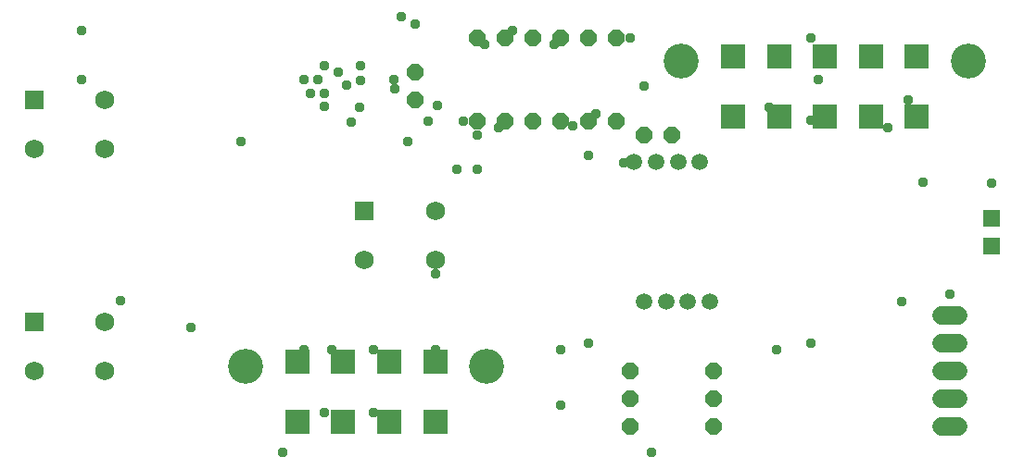
<source format=gbr>
G04 EAGLE Gerber RS-274X export*
G75*
%MOMM*%
%FSLAX34Y34*%
%LPD*%
%INSoldermask Bottom*%
%IPPOS*%
%AMOC8*
5,1,8,0,0,1.08239X$1,22.5*%
G01*
%ADD10P,1.649562X8X22.500000*%
%ADD11P,1.649562X8X292.500000*%
%ADD12C,1.727200*%
%ADD13P,1.649562X8X202.500000*%
%ADD14P,1.649562X8X112.500000*%
%ADD15C,1.517400*%
%ADD16R,1.503200X1.503200*%
%ADD17R,2.303200X2.303200*%
%ADD18C,3.203200*%
%ADD19R,1.727200X1.727200*%
%ADD20C,1.727200*%
%ADD21C,0.959600*%


D10*
X584200Y304800D03*
X609600Y304800D03*
D11*
X374650Y361950D03*
X374650Y336550D03*
D12*
X855980Y38100D02*
X871220Y38100D01*
X871220Y63500D02*
X855980Y63500D01*
X855980Y88900D02*
X871220Y88900D01*
X871220Y114300D02*
X855980Y114300D01*
X855980Y139700D02*
X871220Y139700D01*
D13*
X647700Y38100D03*
X571500Y38100D03*
D10*
X571500Y88900D03*
X647700Y88900D03*
D14*
X533400Y317500D03*
X533400Y393700D03*
X431800Y317500D03*
X431800Y393700D03*
X482600Y317500D03*
X482600Y393700D03*
D11*
X457200Y393700D03*
X457200Y317500D03*
D14*
X508000Y317500D03*
X508000Y393700D03*
X558800Y317500D03*
X558800Y393700D03*
D13*
X647700Y63500D03*
X571500Y63500D03*
D15*
X584100Y151950D03*
X604100Y151950D03*
X624100Y151950D03*
X644100Y151950D03*
X635100Y279850D03*
X615100Y279850D03*
X595100Y279850D03*
X575100Y279850D03*
D16*
X901700Y228600D03*
X901700Y203200D03*
D17*
X393200Y42350D03*
X351200Y42350D03*
X309200Y42350D03*
X267200Y42350D03*
X267200Y97350D03*
X309200Y97350D03*
X351200Y97350D03*
X393200Y97350D03*
D18*
X440200Y92750D03*
X220200Y92750D03*
D17*
X833300Y321750D03*
X791300Y321750D03*
X749300Y321750D03*
X707300Y321750D03*
X665300Y321750D03*
X707300Y376750D03*
X665300Y376750D03*
X749300Y376750D03*
X791300Y376750D03*
X833300Y376750D03*
D18*
X880300Y372150D03*
X618300Y372150D03*
D19*
X26576Y133858D03*
D20*
X26576Y88900D03*
X91600Y88900D03*
X91600Y133858D03*
D19*
X26576Y337058D03*
D20*
X26576Y292100D03*
X91600Y292100D03*
X91600Y337058D03*
D19*
X328676Y235458D03*
D20*
X328676Y190500D03*
X393700Y190500D03*
X393700Y235458D03*
D21*
X323850Y330200D03*
X393700Y107950D03*
X393700Y177800D03*
X806450Y311150D03*
X863600Y158750D03*
X355961Y346512D03*
X508000Y57150D03*
X704850Y107950D03*
X69850Y355600D03*
X69850Y400050D03*
X292100Y368300D03*
X292100Y342900D03*
X316384Y316384D03*
X565150Y279400D03*
X742950Y355600D03*
X901700Y260350D03*
X825500Y336550D03*
X571500Y393700D03*
X254000Y13942D03*
X501650Y387350D03*
X533400Y285750D03*
X519045Y312805D03*
X324869Y354900D03*
X355600Y355600D03*
X431800Y304800D03*
X395355Y331855D03*
X215900Y298450D03*
X325280Y368300D03*
X819150Y152400D03*
X839072Y261222D03*
X736600Y114300D03*
X590550Y13942D03*
X361950Y413230D03*
X105575Y152880D03*
X170334Y128116D03*
X508000Y107950D03*
X412750Y273050D03*
X368300Y298930D03*
X386870Y317500D03*
X431800Y273050D03*
X533400Y114300D03*
X312266Y350366D03*
X450850Y311630D03*
X584200Y349250D03*
X736600Y393700D03*
X463550Y400050D03*
X698500Y330200D03*
X438150Y387350D03*
X736600Y317980D03*
X539750Y323850D03*
X374650Y406400D03*
X419100Y317500D03*
X292100Y330618D03*
X336550Y50800D03*
X279400Y342900D03*
X292100Y50800D03*
X273050Y355600D03*
X273050Y107950D03*
X285750Y355600D03*
X298450Y107950D03*
X304800Y361950D03*
X336550Y107950D03*
M02*

</source>
